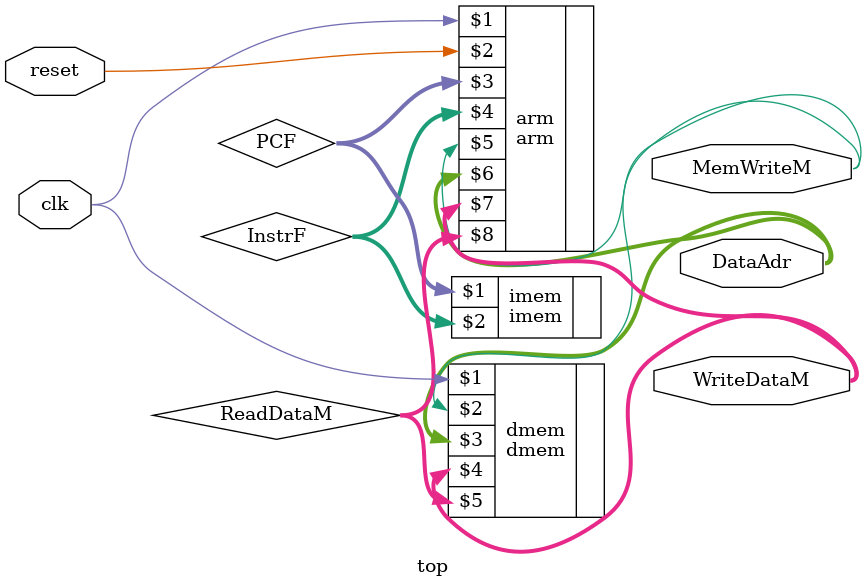
<source format=sv>
`include "arm.sv"
`include "imem.sv"
`include "dmem.sv"

module top(input logic clk, reset,
           output logic [31:0] WriteDataM, DataAdr,
           output logic MemWriteM);
    logic [31:0] PCF, InstrF, ReadDataM;
    // instantiate processor and memories
    arm arm(clk, reset, PCF, InstrF, MemWriteM, DataAdr, WriteDataM, ReadDataM);
    imem imem(PCF, InstrF);
    dmem dmem(clk, MemWriteM, DataAdr, WriteDataM, ReadDataM);
endmodule
</source>
